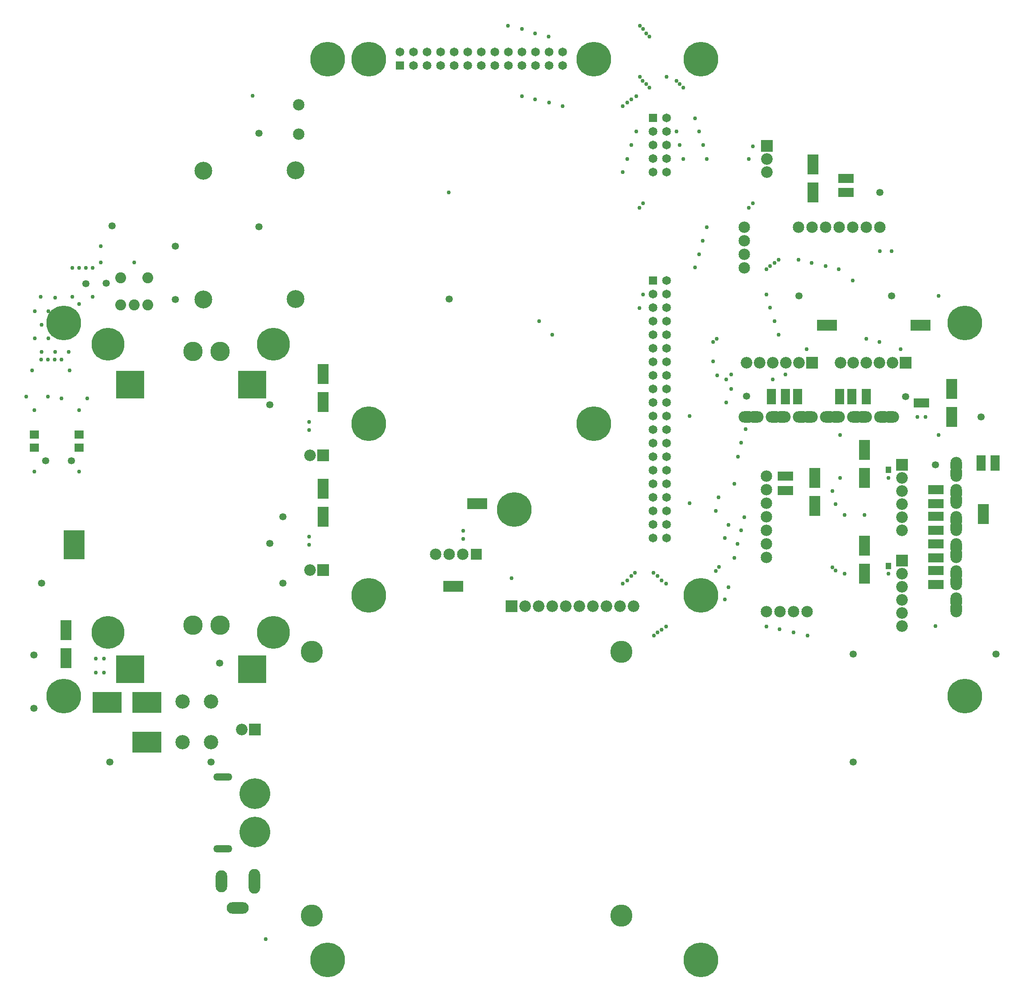
<source format=gbs>
G04*
G04 #@! TF.GenerationSoftware,Altium Limited,Altium Designer,22.6.1 (34)*
G04*
G04 Layer_Color=16711935*
%FSLAX44Y44*%
%MOMM*%
G71*
G04*
G04 #@! TF.SameCoordinates,0282B534-2DD6-4313-8036-895CCBFEA7A8*
G04*
G04*
G04 #@! TF.FilePolarity,Negative*
G04*
G01*
G75*
%ADD32R,2.0000X3.7500*%
%ADD33R,3.7500X2.0000*%
%ADD34R,2.9500X1.7000*%
%ADD35R,1.7000X2.9500*%
%ADD36R,1.1000X1.1500*%
%ADD39R,5.4840X3.9600*%
%ADD40R,3.9600X5.4840*%
%ADD42R,1.7500X1.5500*%
%ADD44C,6.5000*%
%ADD45C,2.0500*%
%ADD46C,3.3500*%
%ADD47C,1.6500*%
%ADD48R,1.6500X1.6500*%
%ADD49R,1.6500X1.6500*%
%ADD50O,4.1500X2.1500*%
%ADD51O,2.1500X4.1500*%
%ADD52O,2.1500X4.6500*%
%ADD53C,5.7500*%
%ADD54O,3.5500X1.3500*%
%ADD55C,2.1820*%
%ADD56R,2.1820X2.1820*%
%ADD57R,2.1820X2.1820*%
%ADD58C,2.1500*%
%ADD59O,3.1500X2.1500*%
%ADD60O,2.1500X3.1500*%
%ADD61C,2.6900*%
%ADD62R,2.8900X2.8900*%
%ADD63R,2.8900X2.8900*%
%ADD64C,3.6500*%
%ADD65R,2.1500X2.1500*%
%ADD66C,4.1500*%
%ADD67C,0.7500*%
%ADD68C,1.3500*%
%ADD69C,6.1500*%
D32*
X476000Y-187500D02*
D03*
Y-402500D02*
D03*
X1393350Y205000D02*
D03*
X1490621Y-330029D02*
D03*
Y-509679D02*
D03*
X1397350Y-434750D02*
D03*
X1653350Y-215750D02*
D03*
X1712871Y-450480D02*
D03*
X1653350Y-268250D02*
D03*
X1490621Y-382529D02*
D03*
X-6030Y-668090D02*
D03*
X476000Y-240000D02*
D03*
X1490621Y-562179D02*
D03*
X1397350Y-382250D02*
D03*
X1393350Y152500D02*
D03*
X476000Y-455000D02*
D03*
X-6030Y-720590D02*
D03*
D33*
X764750Y-430500D02*
D03*
X720150Y-585750D02*
D03*
X1419650Y-96650D02*
D03*
X1595490Y-96650D02*
D03*
D34*
X1342350Y-405750D02*
D03*
X1455350Y179250D02*
D03*
X1597150Y-241600D02*
D03*
X1623971Y-454030D02*
D03*
Y-430829D02*
D03*
Y-555630D02*
D03*
Y-532429D02*
D03*
X1455350Y152750D02*
D03*
X1623971Y-582129D02*
D03*
Y-505929D02*
D03*
Y-480529D02*
D03*
Y-404329D02*
D03*
X1342350Y-379250D02*
D03*
D35*
X1341950Y-230000D02*
D03*
X1365150Y-230000D02*
D03*
X1443550Y-230000D02*
D03*
X1466750Y-230000D02*
D03*
X1734850Y-354250D02*
D03*
X1708350D02*
D03*
X1315450Y-230000D02*
D03*
X1493250Y-230000D02*
D03*
D36*
X1535071Y-367529D02*
D03*
Y-547179D02*
D03*
D39*
X145608Y-878070D02*
D03*
X70932Y-803140D02*
D03*
X145608D02*
D03*
D40*
X9150Y-508088D02*
D03*
D42*
X18650Y-300750D02*
D03*
X-65350D02*
D03*
Y-325750D02*
D03*
X18650D02*
D03*
D44*
X1183639Y402073D02*
D03*
Y402072D02*
D03*
Y-602327D02*
D03*
X561339Y402072D02*
D03*
Y-602327D02*
D03*
Y402072D02*
D03*
X982979Y402068D02*
D03*
X561339Y-281192D02*
D03*
X982979D02*
D03*
X484547Y402073D02*
D03*
X1677973Y-791353D02*
D03*
X-9786D02*
D03*
Y-92261D02*
D03*
X1677973D02*
D03*
X1183639Y-1285686D02*
D03*
X484547D02*
D03*
X834092Y-441806D02*
D03*
D45*
X121750Y-58050D02*
D03*
X147150D02*
D03*
X96350D02*
D03*
Y-7250D02*
D03*
X147150D02*
D03*
D46*
X251350Y193025D02*
D03*
Y-48275D02*
D03*
X424350Y194025D02*
D03*
Y-47275D02*
D03*
D47*
X1119339Y190772D02*
D03*
X1119039Y-139327D02*
D03*
Y-367928D02*
D03*
X1093639Y-37727D02*
D03*
Y-63127D02*
D03*
X1119039D02*
D03*
Y-164727D02*
D03*
Y-190128D02*
D03*
Y-215527D02*
D03*
Y-240928D02*
D03*
Y-266327D02*
D03*
Y-291728D02*
D03*
Y-113927D02*
D03*
Y-88527D02*
D03*
X1093639D02*
D03*
X1119039Y-37727D02*
D03*
Y-12328D02*
D03*
X1093639Y-113927D02*
D03*
Y-139327D02*
D03*
Y-190128D02*
D03*
Y-215527D02*
D03*
Y-240928D02*
D03*
Y-266327D02*
D03*
Y-291728D02*
D03*
Y-317127D02*
D03*
X1119039D02*
D03*
Y-342528D02*
D03*
X1093639D02*
D03*
Y-367928D02*
D03*
Y-164727D02*
D03*
X1119039Y-393327D02*
D03*
X1093639Y-469528D02*
D03*
Y-494927D02*
D03*
X1119039Y-418727D02*
D03*
Y-444128D02*
D03*
Y-469528D02*
D03*
Y-494927D02*
D03*
X1093639Y-393327D02*
D03*
Y-418727D02*
D03*
Y-444128D02*
D03*
X1093939Y216173D02*
D03*
Y266973D02*
D03*
X1119339Y241572D02*
D03*
Y266973D02*
D03*
Y216173D02*
D03*
X1093939Y241572D02*
D03*
X1119339Y292372D02*
D03*
X1093939Y190772D02*
D03*
X924559Y416040D02*
D03*
X645159D02*
D03*
X645159Y390640D02*
D03*
X619759Y416040D02*
D03*
X899159D02*
D03*
X899159Y390640D02*
D03*
X924559D02*
D03*
X772159D02*
D03*
X670559D02*
D03*
X695959D02*
D03*
X721359D02*
D03*
X746759Y390640D02*
D03*
X772159Y416040D02*
D03*
X746759D02*
D03*
X695959D02*
D03*
X721359D02*
D03*
X670559D02*
D03*
X873759D02*
D03*
X797559D02*
D03*
X822959D02*
D03*
X848359D02*
D03*
X797559Y390640D02*
D03*
X822959D02*
D03*
X873759D02*
D03*
X848359D02*
D03*
D48*
X1093639Y-12328D02*
D03*
X1093939Y292372D02*
D03*
D49*
X619759Y390640D02*
D03*
D50*
X315650Y-1188250D02*
D03*
D51*
X285650Y-1138250D02*
D03*
D52*
X347650D02*
D03*
D53*
X347672Y-1046386D02*
D03*
Y-974386D02*
D03*
D54*
X287672Y-942886D02*
D03*
Y-1077886D02*
D03*
D55*
X323800Y-853940D02*
D03*
X451500Y-555000D02*
D03*
X451500Y-340000D02*
D03*
X1307350Y190750D02*
D03*
Y215250D02*
D03*
X854750Y-623250D02*
D03*
X880150D02*
D03*
X905550D02*
D03*
X930950D02*
D03*
X956350D02*
D03*
X981750D02*
D03*
X1007150D02*
D03*
X1032550D02*
D03*
X1057950D02*
D03*
X1469490Y-166500D02*
D03*
X1444990Y-166500D02*
D03*
X1493990Y-166500D02*
D03*
X1542990Y-166500D02*
D03*
X1518490Y-166500D02*
D03*
X1293650Y-166500D02*
D03*
X1269150D02*
D03*
X1318150D02*
D03*
X1367150Y-166500D02*
D03*
X1342650Y-166500D02*
D03*
X1560471Y-456029D02*
D03*
Y-480529D02*
D03*
Y-431530D02*
D03*
Y-382529D02*
D03*
Y-407029D02*
D03*
Y-635679D02*
D03*
Y-660180D02*
D03*
Y-611180D02*
D03*
Y-562179D02*
D03*
Y-586679D02*
D03*
D56*
X348300Y-853940D02*
D03*
X476000Y-555000D02*
D03*
Y-340000D02*
D03*
X1567490Y-166500D02*
D03*
X1391650D02*
D03*
D57*
X1307350Y239750D02*
D03*
X829350Y-623250D02*
D03*
X1560471Y-358029D02*
D03*
Y-537679D02*
D03*
D58*
X1493250Y87500D02*
D03*
X1366250D02*
D03*
X1391650D02*
D03*
X1417050D02*
D03*
X1442450D02*
D03*
X1467850Y87500D02*
D03*
X1518650Y87500D02*
D03*
X1264650Y11300D02*
D03*
X1264650Y36700D02*
D03*
Y62100D02*
D03*
Y87500D02*
D03*
X1306471Y-404329D02*
D03*
Y-531329D02*
D03*
X1306471Y-505929D02*
D03*
X1306471Y-480530D02*
D03*
Y-455130D02*
D03*
Y-429729D02*
D03*
Y-378929D02*
D03*
X1382671Y-632929D02*
D03*
X1357271D02*
D03*
X1331871D02*
D03*
X1306471Y-632929D02*
D03*
X430150Y316750D02*
D03*
Y261750D02*
D03*
X737650Y-525750D02*
D03*
X686850D02*
D03*
X712250D02*
D03*
D59*
X1269750Y-268100D02*
D03*
X1284950Y-268100D02*
D03*
X1320550D02*
D03*
X1335750D02*
D03*
X1371350Y-268100D02*
D03*
X1386550Y-268100D02*
D03*
X1422150D02*
D03*
X1437350D02*
D03*
X1472950D02*
D03*
X1488150Y-268100D02*
D03*
X1523750Y-268100D02*
D03*
X1538950D02*
D03*
D60*
X1662071Y-627830D02*
D03*
Y-612629D02*
D03*
Y-577029D02*
D03*
Y-561829D02*
D03*
X1662071Y-526230D02*
D03*
X1662071Y-511029D02*
D03*
Y-475429D02*
D03*
Y-460229D02*
D03*
X1662071Y-424630D02*
D03*
X1662071Y-409429D02*
D03*
Y-373829D02*
D03*
Y-358629D02*
D03*
D61*
X212410Y-878070D02*
D03*
X265750D02*
D03*
X212410Y-801870D02*
D03*
X265750D02*
D03*
D62*
X354550Y-752650D02*
D03*
X331150Y-729250D02*
D03*
Y-195850D02*
D03*
X354550Y-219250D02*
D03*
X125950D02*
D03*
X102550Y-195850D02*
D03*
Y-729250D02*
D03*
X125950Y-752650D02*
D03*
D63*
X354550Y-729250D02*
D03*
X331150Y-752650D02*
D03*
X354550Y-195850D02*
D03*
X331150Y-219250D02*
D03*
X125950Y-195850D02*
D03*
X102550Y-219250D02*
D03*
X125950Y-729250D02*
D03*
X102550Y-752650D02*
D03*
D64*
X231850Y-658250D02*
D03*
X231850Y-145250D02*
D03*
X282650D02*
D03*
X282650Y-658250D02*
D03*
D65*
X763050Y-525750D02*
D03*
D66*
X455150Y-1203250D02*
D03*
X1035150D02*
D03*
X455150Y-708250D02*
D03*
X1035150D02*
D03*
D67*
X-950Y-146550D02*
D03*
X-26350Y-44950D02*
D03*
X-39050Y-70350D02*
D03*
Y-121150D02*
D03*
X-26350Y-146550D02*
D03*
X-64450Y-70350D02*
D03*
X-51750Y-95750D02*
D03*
X-64450Y-121150D02*
D03*
X-51750Y-146550D02*
D03*
X-53000Y-43000D02*
D03*
X1060000Y-560000D02*
D03*
X1095000D02*
D03*
X1341950Y-222500D02*
D03*
Y-237500D02*
D03*
X1443550Y-222500D02*
D03*
Y-237500D02*
D03*
X1712871Y-450480D02*
D03*
Y-462635D02*
D03*
X1713031Y-438325D02*
D03*
X1653510Y-203595D02*
D03*
X1653350Y-227905D02*
D03*
Y-215750D02*
D03*
X1734850Y-346750D02*
D03*
Y-361750D02*
D03*
X65150Y-720750D02*
D03*
X50150D02*
D03*
X-5870Y-655935D02*
D03*
X-6030Y-668090D02*
D03*
Y-680245D02*
D03*
X1589650Y-241600D02*
D03*
X1604650D02*
D03*
X368801Y-1247110D02*
D03*
X1631471Y-555630D02*
D03*
X1616471D02*
D03*
X1631471Y-532429D02*
D03*
X1616471D02*
D03*
X1631471Y-454030D02*
D03*
X1616471D02*
D03*
X1631471Y-430829D02*
D03*
X1616471D02*
D03*
X1365150Y-237500D02*
D03*
Y-222500D02*
D03*
X1466750D02*
D03*
Y-237500D02*
D03*
X1462850Y179250D02*
D03*
X1447850D02*
D03*
X1595490Y-96650D02*
D03*
X1607645D02*
D03*
X1583335Y-96490D02*
D03*
X1557990Y-141100D02*
D03*
X1431805Y-96650D02*
D03*
X1419650D02*
D03*
X1393350Y205000D02*
D03*
Y217155D02*
D03*
X1407495Y-96490D02*
D03*
X1393190Y192845D02*
D03*
X1382150Y-141100D02*
D03*
X1535071Y-367529D02*
D03*
X1490781Y-317875D02*
D03*
X1490621Y-342184D02*
D03*
Y-330029D02*
D03*
X1535071Y-547179D02*
D03*
X1490781Y-497524D02*
D03*
X1490621Y-521834D02*
D03*
Y-509679D02*
D03*
X1397510Y-422595D02*
D03*
X1397350Y-446905D02*
D03*
Y-434750D02*
D03*
X1349850Y-405750D02*
D03*
X1334850D02*
D03*
X476000Y-187500D02*
D03*
Y-175345D02*
D03*
X475840Y-199655D02*
D03*
X449500Y-292500D02*
D03*
Y-277500D02*
D03*
X343559Y334199D02*
D03*
X18650Y-255750D02*
D03*
X-65350D02*
D03*
X764750Y-430500D02*
D03*
X776905Y-430660D02*
D03*
X752595Y-430500D02*
D03*
X738750Y-496420D02*
D03*
Y-481420D02*
D03*
X829350Y-570750D02*
D03*
X732305Y-585750D02*
D03*
X720150D02*
D03*
X476000Y-402500D02*
D03*
Y-390345D02*
D03*
X18650Y-370750D02*
D03*
X-65350D02*
D03*
X707995Y-585590D02*
D03*
X475840Y-414655D02*
D03*
X449500Y-507500D02*
D03*
Y-492500D02*
D03*
X-69000Y-180500D02*
D03*
X1000D02*
D03*
X44050Y11250D02*
D03*
X31350D02*
D03*
X18650D02*
D03*
X5950D02*
D03*
X-14650Y-160750D02*
D03*
X-27350D02*
D03*
X-40050D02*
D03*
X-52750D02*
D03*
X5950Y-43250D02*
D03*
X1708350Y-346750D02*
D03*
Y-361750D02*
D03*
X1631471Y-480529D02*
D03*
X1616471D02*
D03*
X1631471Y-505929D02*
D03*
X1616471D02*
D03*
X1490621Y-574334D02*
D03*
Y-562179D02*
D03*
X1490781Y-550024D02*
D03*
X1281350Y238750D02*
D03*
Y132750D02*
D03*
X1075350D02*
D03*
Y-38250D02*
D03*
X1068350Y-64250D02*
D03*
Y123750D02*
D03*
X1273350D02*
D03*
X1273350Y215250D02*
D03*
X1194350Y87750D02*
D03*
Y215750D02*
D03*
X1188350Y241750D02*
D03*
X1187350Y61750D02*
D03*
X1180350Y36750D02*
D03*
Y266750D02*
D03*
X1172350Y291750D02*
D03*
Y11750D02*
D03*
X1468273Y-12328D02*
D03*
X1366350Y26750D02*
D03*
X1329350D02*
D03*
Y-114250D02*
D03*
X1321350Y20750D02*
D03*
Y-88250D02*
D03*
X1391350Y20750D02*
D03*
X1306350Y8750D02*
D03*
X1442350D02*
D03*
X1417350Y14750D02*
D03*
X1313350D02*
D03*
Y-63250D02*
D03*
X1306350Y-38250D02*
D03*
X1519350Y42750D02*
D03*
X1541350D02*
D03*
X1518350Y-127250D02*
D03*
X1206350D02*
D03*
X1213350Y-121250D02*
D03*
X1493350D02*
D03*
X1206350Y-164250D02*
D03*
X1214350Y-190250D02*
D03*
X1231350Y-241250D02*
D03*
Y-198250D02*
D03*
X1318350D02*
D03*
X1342350Y-188250D02*
D03*
X1240350D02*
D03*
Y-215250D02*
D03*
X1629350Y-302250D02*
D03*
X1444350D02*
D03*
X1444195Y-382529D02*
D03*
X1629350Y-41250D02*
D03*
X1490781Y-370374D02*
D03*
X1490621Y-382529D02*
D03*
Y-394684D02*
D03*
X1453350Y-562250D02*
D03*
Y-452250D02*
D03*
X1490350D02*
D03*
X1436350Y-431250D02*
D03*
Y-556250D02*
D03*
X1217089Y-418989D02*
D03*
X1217350Y-549250D02*
D03*
X1430234Y-550065D02*
D03*
X1430350Y-407250D02*
D03*
X1211350Y-557250D02*
D03*
Y-444250D02*
D03*
X1162350Y-430250D02*
D03*
Y-266250D02*
D03*
X1267350Y-291250D02*
D03*
X1265350Y-456250D02*
D03*
X1253073Y-342528D02*
D03*
X1252350Y-506250D02*
D03*
X1259350Y-480250D02*
D03*
Y-316250D02*
D03*
X1246350Y-532250D02*
D03*
Y-393250D02*
D03*
X1110350Y-667250D02*
D03*
X1095350Y-678250D02*
D03*
X1037350Y-580250D02*
D03*
X1118350D02*
D03*
Y-661250D02*
D03*
X1306350D02*
D03*
X1331350Y-666250D02*
D03*
X1110350Y-574250D02*
D03*
X1045350D02*
D03*
X1053350Y-566250D02*
D03*
X1102350D02*
D03*
X1102739Y-672059D02*
D03*
X1357350Y-672250D02*
D03*
X1383350Y-678250D02*
D03*
X1235350Y-470250D02*
D03*
X1228350Y-495250D02*
D03*
Y-610250D02*
D03*
X1235350Y-587250D02*
D03*
X1062350Y332750D02*
D03*
X848350D02*
D03*
X1053350Y326750D02*
D03*
X873350D02*
D03*
X1045350Y320750D02*
D03*
X899350D02*
D03*
X1037350Y314750D02*
D03*
X924350D02*
D03*
X1462850Y152750D02*
D03*
X1447850D02*
D03*
X1604650Y-268100D02*
D03*
X1589650D02*
D03*
X1493250Y-237500D02*
D03*
Y-222500D02*
D03*
X1315450Y-237500D02*
D03*
Y-222500D02*
D03*
X1334850Y-379250D02*
D03*
X1349850D02*
D03*
X1535071Y-382529D02*
D03*
X1397350Y-394405D02*
D03*
Y-382250D02*
D03*
X1397510Y-370095D02*
D03*
X1535071Y-562179D02*
D03*
X1653350Y-280405D02*
D03*
Y-268250D02*
D03*
X1653510Y-256095D02*
D03*
X1630850Y-403709D02*
D03*
X1615850D02*
D03*
X1623280Y-660180D02*
D03*
X1631471Y-582129D02*
D03*
X1616471D02*
D03*
X711350Y152750D02*
D03*
X1393350Y164655D02*
D03*
Y152500D02*
D03*
X1393190Y140345D02*
D03*
X905350Y-114250D02*
D03*
X880350Y-88250D02*
D03*
X1069350Y369750D02*
D03*
X1037350Y190750D02*
D03*
X1045350Y215750D02*
D03*
X1053350Y241750D02*
D03*
X1062350Y266750D02*
D03*
X1150350Y215750D02*
D03*
Y348750D02*
D03*
X1144350Y241750D02*
D03*
Y355750D02*
D03*
X1087350Y348750D02*
D03*
Y444750D02*
D03*
X1075350Y458750D02*
D03*
X848350D02*
D03*
X822350Y464750D02*
D03*
X1069350D02*
D03*
X1081350Y355750D02*
D03*
X1081347Y450753D02*
D03*
X1074350Y361750D02*
D03*
X898350Y444750D02*
D03*
X873350Y450750D02*
D03*
X1138350Y266750D02*
D03*
Y361750D02*
D03*
X1119350Y369750D02*
D03*
X122200Y21600D02*
D03*
X59350Y21250D02*
D03*
Y52250D02*
D03*
X18650Y-56650D02*
D03*
X44050Y-43250D02*
D03*
X-80000Y-230000D02*
D03*
X-40000D02*
D03*
X33650Y-233650D02*
D03*
X-14650D02*
D03*
X-65350Y-300750D02*
D03*
Y-325750D02*
D03*
X18650D02*
D03*
Y-300750D02*
D03*
X475840Y-252155D02*
D03*
X476000Y-240000D02*
D03*
Y-227845D02*
D03*
X475840Y-467155D02*
D03*
X476000Y-455000D02*
D03*
Y-442845D02*
D03*
X-5870Y-708435D02*
D03*
X-6030Y-720590D02*
D03*
Y-732745D02*
D03*
X65150Y-747250D02*
D03*
X50150D02*
D03*
D68*
X1367350Y-41250D02*
D03*
X1541350D02*
D03*
X1519000Y152400D02*
D03*
X1567350Y-230250D02*
D03*
X1269350Y-229250D02*
D03*
X1708350Y-268250D02*
D03*
X1736350Y-712250D02*
D03*
X1469350D02*
D03*
Y-915250D02*
D03*
X1623350Y-358250D02*
D03*
X712350Y-47250D02*
D03*
X282350Y-729250D02*
D03*
X266350Y-915250D02*
D03*
X355350Y263750D02*
D03*
Y88750D02*
D03*
X199000Y-48000D02*
D03*
X199350Y51750D02*
D03*
X69350Y-17140D02*
D03*
X31350Y-18250D02*
D03*
X80350Y89750D02*
D03*
X-44000Y-350000D02*
D03*
X4000D02*
D03*
X-51175Y-579825D02*
D03*
X376000Y-245000D02*
D03*
Y-505000D02*
D03*
X401000Y-580000D02*
D03*
Y-455000D02*
D03*
X-65720Y-714240D02*
D03*
X16770Y-491070D02*
D03*
Y-507580D02*
D03*
Y-524090D02*
D03*
X1530D02*
D03*
Y-507580D02*
D03*
Y-491070D02*
D03*
X87950Y-810760D02*
D03*
X71440D02*
D03*
X54930D02*
D03*
Y-795520D02*
D03*
X71440D02*
D03*
X87950D02*
D03*
X-65720Y-814570D02*
D03*
X128590Y-870450D02*
D03*
X145100D02*
D03*
X161610D02*
D03*
Y-885690D02*
D03*
X145100D02*
D03*
X128590D02*
D03*
Y-810760D02*
D03*
X145100D02*
D03*
X161610D02*
D03*
Y-795520D02*
D03*
X145100D02*
D03*
X128590D02*
D03*
X76520Y-914900D02*
D03*
D69*
X72890Y-672050D02*
D03*
X382890D02*
D03*
Y-132050D02*
D03*
X72890D02*
D03*
M02*

</source>
